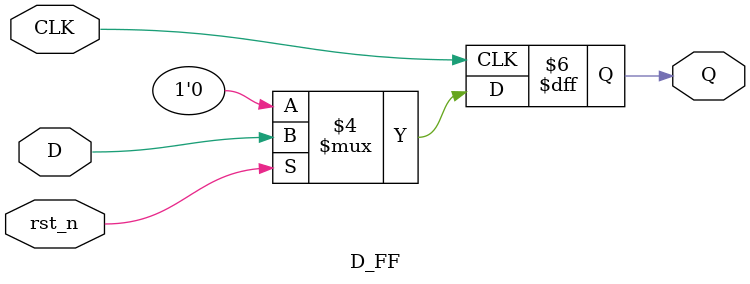
<source format=v>
module D_FF(D, rst_n, CLK, Q);

parameter WIDTH = 1;
input rst_n, CLK; 
input [WIDTH-1: 0] D;
output reg [WIDTH-1: 0] Q;

always @(posedge CLK) begin
    
    if(~rst_n)begin
        Q <= 0; 
    end
    else begin
        Q <= D;
    end

end

endmodule
</source>
